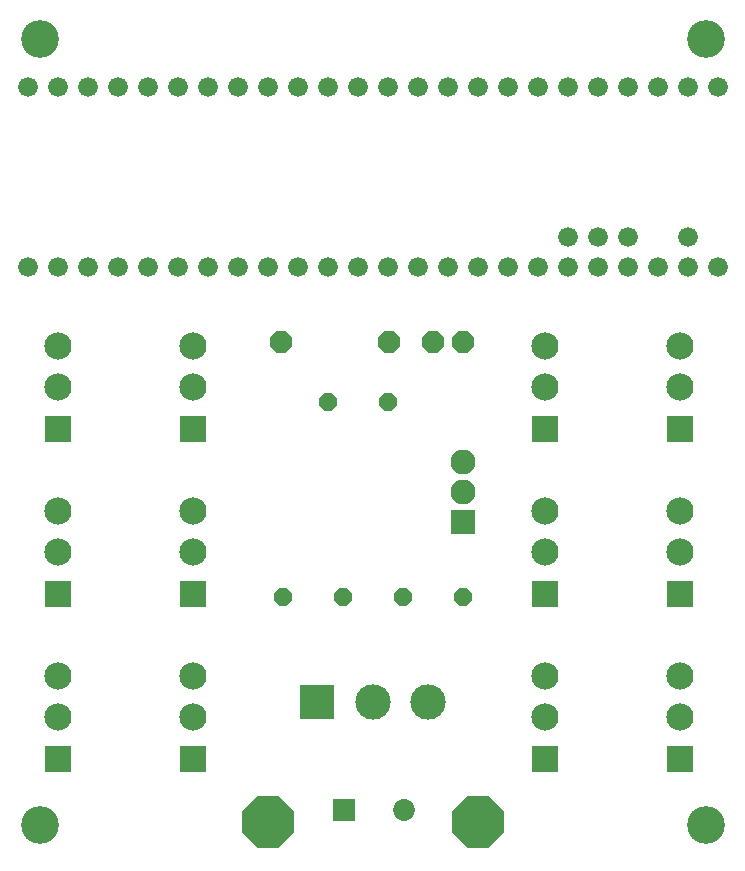
<source format=gbr>
G04 EAGLE Gerber RS-274X export*
G75*
%MOMM*%
%FSLAX34Y34*%
%LPD*%
%INSoldermask Bottom*%
%IPPOS*%
%AMOC8*
5,1,8,0,0,1.08239X$1,22.5*%
G01*
%ADD10C,3.203200*%
%ADD11C,1.676400*%
%ADD12P,1.649562X8X202.500000*%
%ADD13R,1.853200X1.853200*%
%ADD14C,1.853200*%
%ADD15P,2.034460X8X202.500000*%
%ADD16P,2.034460X8X22.500000*%
%ADD17R,2.984500X2.984500*%
%ADD18C,2.984500*%
%ADD19R,2.113200X2.113200*%
%ADD20C,2.113200*%
%ADD21P,4.728745X8X22.500000*%
%ADD22R,2.303200X2.303200*%
%ADD23C,2.303200*%


D10*
X35560Y-142240D03*
X599440Y-142240D03*
X599440Y523240D03*
X35560Y523240D03*
D11*
X558800Y482600D03*
X533400Y482600D03*
X508000Y482600D03*
X482600Y482600D03*
X457200Y482600D03*
X431800Y482600D03*
X406400Y482600D03*
X381000Y482600D03*
X355600Y482600D03*
X330200Y482600D03*
X304800Y482600D03*
X279400Y482600D03*
X279400Y330200D03*
X304800Y330200D03*
X330200Y330200D03*
X355600Y330200D03*
X381000Y330200D03*
X406400Y330200D03*
X431800Y330200D03*
X457200Y330200D03*
X482600Y330200D03*
X508000Y330200D03*
X533400Y330200D03*
X584200Y482600D03*
X558800Y330200D03*
X584200Y330200D03*
X609600Y482600D03*
X609600Y330200D03*
X254000Y482600D03*
X254000Y330200D03*
X228600Y482600D03*
X203200Y482600D03*
X177800Y482600D03*
X152400Y482600D03*
X127000Y482600D03*
X101600Y482600D03*
X76200Y482600D03*
X50800Y482600D03*
X25400Y482600D03*
X25400Y330200D03*
X50800Y330200D03*
X76200Y330200D03*
X101600Y330200D03*
X127000Y330200D03*
X152400Y330200D03*
X177800Y330200D03*
X203200Y330200D03*
X228600Y330200D03*
X584200Y355600D03*
X533400Y355600D03*
X508000Y355600D03*
X482600Y355600D03*
D12*
X393700Y50800D03*
X342900Y50800D03*
X330200Y215900D03*
X279400Y215900D03*
D13*
X293450Y-129540D03*
D14*
X344250Y-129540D03*
D15*
X331470Y266700D03*
X240030Y266700D03*
D16*
X368300Y266700D03*
X393700Y266700D03*
D17*
X270510Y-38100D03*
D18*
X317500Y-38100D03*
X364490Y-38100D03*
D12*
X292100Y50800D03*
X241300Y50800D03*
D19*
X393700Y114300D03*
D20*
X393700Y139800D03*
X393700Y165300D03*
D21*
X406400Y-139700D03*
X228600Y-139700D03*
D22*
X50800Y193600D03*
D23*
X50800Y228600D03*
X50800Y263600D03*
D22*
X165100Y193600D03*
D23*
X165100Y228600D03*
X165100Y263600D03*
D22*
X50800Y53900D03*
D23*
X50800Y88900D03*
X50800Y123900D03*
D22*
X165100Y53900D03*
D23*
X165100Y88900D03*
X165100Y123900D03*
D22*
X50800Y-85800D03*
D23*
X50800Y-50800D03*
X50800Y-15800D03*
D22*
X165100Y-85800D03*
D23*
X165100Y-50800D03*
X165100Y-15800D03*
D22*
X463550Y193600D03*
D23*
X463550Y228600D03*
X463550Y263600D03*
D22*
X577850Y193600D03*
D23*
X577850Y228600D03*
X577850Y263600D03*
D22*
X463550Y53900D03*
D23*
X463550Y88900D03*
X463550Y123900D03*
D22*
X577850Y53900D03*
D23*
X577850Y88900D03*
X577850Y123900D03*
D22*
X463550Y-85800D03*
D23*
X463550Y-50800D03*
X463550Y-15800D03*
D22*
X577850Y-85800D03*
D23*
X577850Y-50800D03*
X577850Y-15800D03*
M02*

</source>
